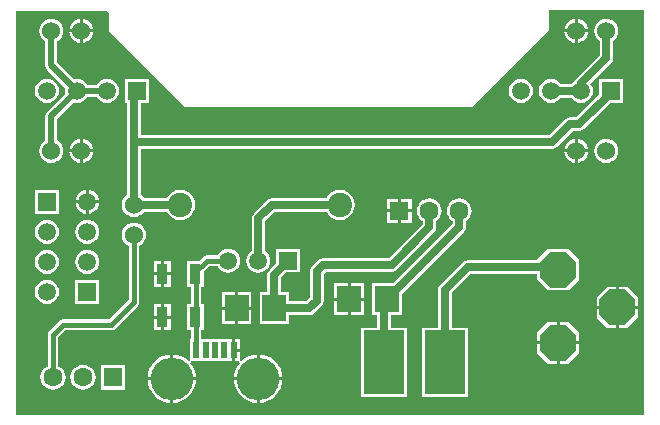
<source format=gtl>
%FSLAX23Y23*%
%MOIN*%
G70*
G01*
G75*
G04 Layer_Physical_Order=1*
G04 Layer_Color=255*
%ADD10R,0.020X0.055*%
%ADD11R,0.132X0.213*%
%ADD12R,0.037X0.067*%
%ADD13R,0.079X0.087*%
%ADD14C,0.025*%
%ADD15C,0.020*%
%ADD16C,0.015*%
%ADD17O,0.142X0.142*%
%ADD18R,0.063X0.063*%
%ADD19C,0.063*%
%ADD20P,0.128X8X202.5*%
%ADD21P,0.128X8X112.5*%
%ADD22C,0.081*%
%ADD23C,0.060*%
%ADD24R,0.059X0.059*%
%ADD25C,0.059*%
%ADD26R,0.059X0.059*%
G36*
X4356Y1315D02*
X2263D01*
X2261Y1320D01*
X2261Y1320D01*
Y2660D01*
X2566D01*
X2571Y2655D01*
Y2600D01*
Y2595D01*
X2825Y2340D01*
X3783D01*
X4037Y2595D01*
Y2665D01*
X4356D01*
Y1315D01*
D02*
G37*
%LPC*%
G36*
X2992Y1723D02*
X2948D01*
Y1675D01*
X2992D01*
Y1723D01*
D02*
G37*
G36*
X3421Y1695D02*
X3377D01*
Y1647D01*
X3421D01*
Y1695D01*
D02*
G37*
G36*
X3046Y1723D02*
X3002D01*
Y1675D01*
X3046D01*
Y1723D01*
D02*
G37*
G36*
X4261Y1742D02*
X4231D01*
X4197Y1708D01*
Y1678D01*
X4261D01*
Y1742D01*
D02*
G37*
G36*
X2655Y1955D02*
X2645Y1954D01*
X2635Y1950D01*
X2626Y1944D01*
X2620Y1935D01*
X2616Y1925D01*
X2615Y1915D01*
X2616Y1905D01*
X2620Y1895D01*
X2626Y1886D01*
X2635Y1880D01*
X2637Y1879D01*
Y1697D01*
X2573Y1633D01*
X2420D01*
X2420Y1633D01*
X2413Y1631D01*
X2410Y1630D01*
X2407Y1628D01*
X2407Y1628D01*
X2372Y1593D01*
X2369Y1587D01*
X2367Y1580D01*
Y1478D01*
X2364Y1476D01*
X2355Y1470D01*
X2349Y1461D01*
X2345Y1451D01*
X2343Y1440D01*
X2345Y1429D01*
X2349Y1419D01*
X2355Y1410D01*
X2364Y1404D01*
X2374Y1400D01*
X2385Y1398D01*
X2396Y1400D01*
X2406Y1404D01*
X2415Y1410D01*
X2421Y1419D01*
X2425Y1429D01*
X2427Y1440D01*
X2425Y1451D01*
X2421Y1461D01*
X2415Y1470D01*
X2406Y1476D01*
X2403Y1478D01*
Y1573D01*
X2427Y1597D01*
X2580D01*
X2587Y1599D01*
X2593Y1602D01*
X2668Y1677D01*
X2671Y1683D01*
X2673Y1690D01*
X2673Y1690D01*
X2673Y1690D01*
Y1690D01*
Y1879D01*
X2675Y1880D01*
X2684Y1886D01*
X2690Y1895D01*
X2694Y1905D01*
X2695Y1915D01*
X2694Y1925D01*
X2690Y1935D01*
X2684Y1944D01*
X2675Y1950D01*
X2665Y1954D01*
X2655Y1955D01*
D02*
G37*
G36*
X3046Y1665D02*
X3002D01*
Y1617D01*
X3046D01*
Y1665D01*
D02*
G37*
G36*
X2745Y1683D02*
X2721D01*
Y1645D01*
X2745D01*
Y1683D01*
D02*
G37*
G36*
X3367Y1695D02*
X3323D01*
Y1647D01*
X3367D01*
Y1695D01*
D02*
G37*
G36*
X2779Y1683D02*
X2755D01*
Y1645D01*
X2779D01*
Y1683D01*
D02*
G37*
G36*
X2745Y1780D02*
X2721D01*
Y1742D01*
X2745D01*
Y1780D01*
D02*
G37*
G36*
X4104Y1868D02*
X4034D01*
X4000Y1834D01*
Y1830D01*
X3767D01*
X3758Y1828D01*
X3751Y1823D01*
X3675Y1748D01*
X3670Y1740D01*
X3668Y1731D01*
Y1606D01*
X3615D01*
Y1374D01*
X3767D01*
Y1606D01*
X3714D01*
Y1722D01*
X3776Y1784D01*
X4000D01*
Y1765D01*
X4034Y1730D01*
X4104D01*
X4138Y1765D01*
Y1834D01*
X4104Y1868D01*
D02*
G37*
G36*
X2779Y1780D02*
X2755D01*
Y1742D01*
X2779D01*
Y1780D01*
D02*
G37*
G36*
X2500Y1865D02*
X2490Y1864D01*
X2480Y1860D01*
X2472Y1853D01*
X2465Y1845D01*
X2461Y1835D01*
X2460Y1825D01*
X2461Y1815D01*
X2465Y1805D01*
X2472Y1797D01*
X2480Y1790D01*
X2490Y1786D01*
X2500Y1785D01*
X2510Y1786D01*
X2520Y1790D01*
X2528Y1797D01*
X2535Y1805D01*
X2539Y1815D01*
X2540Y1825D01*
X2539Y1835D01*
X2535Y1845D01*
X2528Y1853D01*
X2520Y1860D01*
X2510Y1864D01*
X2500Y1865D01*
D02*
G37*
G36*
X2365D02*
X2355Y1864D01*
X2345Y1860D01*
X2337Y1853D01*
X2330Y1845D01*
X2326Y1835D01*
X2325Y1825D01*
X2326Y1815D01*
X2330Y1805D01*
X2337Y1797D01*
X2345Y1790D01*
X2355Y1786D01*
X2365Y1785D01*
X2375Y1786D01*
X2385Y1790D01*
X2393Y1797D01*
X2400Y1805D01*
X2404Y1815D01*
X2405Y1825D01*
X2404Y1835D01*
X2400Y1845D01*
X2393Y1853D01*
X2385Y1860D01*
X2375Y1864D01*
X2365Y1865D01*
D02*
G37*
G36*
Y1765D02*
X2355Y1764D01*
X2345Y1760D01*
X2337Y1753D01*
X2330Y1745D01*
X2326Y1735D01*
X2325Y1725D01*
X2326Y1715D01*
X2330Y1705D01*
X2337Y1697D01*
X2345Y1690D01*
X2355Y1686D01*
X2365Y1685D01*
X2375Y1686D01*
X2385Y1690D01*
X2393Y1697D01*
X2400Y1705D01*
X2404Y1715D01*
X2405Y1725D01*
X2404Y1735D01*
X2400Y1745D01*
X2393Y1753D01*
X2385Y1760D01*
X2375Y1764D01*
X2365Y1765D01*
D02*
G37*
G36*
X4300Y1742D02*
X4271D01*
Y1678D01*
X4335D01*
Y1708D01*
X4300Y1742D01*
D02*
G37*
G36*
X2540Y1765D02*
X2460D01*
Y1685D01*
X2540D01*
Y1765D01*
D02*
G37*
G36*
X3421Y1753D02*
X3377D01*
Y1705D01*
X3421D01*
Y1753D01*
D02*
G37*
G36*
X3367D02*
X3323D01*
Y1705D01*
X3367D01*
Y1753D01*
D02*
G37*
G36*
X2776Y1516D02*
X2765Y1515D01*
X2750Y1511D01*
X2736Y1503D01*
X2724Y1493D01*
X2714Y1481D01*
X2706Y1467D01*
X2702Y1452D01*
X2701Y1441D01*
X2776D01*
Y1516D01*
D02*
G37*
G36*
X2626Y1481D02*
X2544D01*
Y1399D01*
X2626D01*
Y1481D01*
D02*
G37*
G36*
X3074Y1516D02*
Y1441D01*
X3149D01*
X3148Y1452D01*
X3144Y1467D01*
X3136Y1481D01*
X3126Y1493D01*
X3114Y1503D01*
X3100Y1511D01*
X3085Y1515D01*
X3074Y1516D01*
D02*
G37*
G36*
X3008Y1525D02*
X2993D01*
Y1493D01*
X3005D01*
X3005Y1492D01*
D01*
X3007Y1488D01*
X3001Y1481D01*
X2994Y1467D01*
X2989Y1452D01*
X2988Y1441D01*
X3064D01*
Y1516D01*
X3053Y1515D01*
X3038Y1511D01*
X3024Y1503D01*
X3012Y1494D01*
X3009Y1496D01*
X3009Y1496D01*
X3008Y1496D01*
Y1525D01*
D02*
G37*
G36*
X2485Y1482D02*
X2474Y1480D01*
X2464Y1476D01*
X2455Y1470D01*
X2449Y1461D01*
X2445Y1451D01*
X2443Y1440D01*
X2445Y1429D01*
X2449Y1419D01*
X2455Y1410D01*
X2464Y1404D01*
X2474Y1400D01*
X2485Y1398D01*
X2496Y1400D01*
X2506Y1404D01*
X2515Y1410D01*
X2521Y1419D01*
X2525Y1429D01*
X2527Y1440D01*
X2525Y1451D01*
X2521Y1461D01*
X2515Y1470D01*
X2506Y1476D01*
X2496Y1480D01*
X2485Y1482D01*
D02*
G37*
G36*
X2862Y1431D02*
X2786D01*
Y1355D01*
X2797Y1356D01*
X2812Y1361D01*
X2826Y1368D01*
X2839Y1378D01*
X2849Y1391D01*
X2856Y1405D01*
X2861Y1420D01*
X2862Y1431D01*
D02*
G37*
G36*
X2776D02*
X2701D01*
X2702Y1420D01*
X2706Y1405D01*
X2714Y1391D01*
X2724Y1378D01*
X2736Y1368D01*
X2750Y1361D01*
X2765Y1356D01*
X2776Y1355D01*
Y1431D01*
D02*
G37*
G36*
X3149D02*
X3074D01*
Y1355D01*
X3085Y1356D01*
X3100Y1361D01*
X3114Y1368D01*
X3126Y1378D01*
X3136Y1391D01*
X3144Y1405D01*
X3148Y1420D01*
X3149Y1431D01*
D02*
G37*
G36*
X3064D02*
X2988D01*
X2989Y1420D01*
X2994Y1405D01*
X3001Y1391D01*
X3011Y1378D01*
X3024Y1368D01*
X3038Y1361D01*
X3053Y1356D01*
X3064Y1355D01*
Y1431D01*
D02*
G37*
G36*
X4064Y1550D02*
X4000D01*
Y1520D01*
X4034Y1486D01*
X4064D01*
Y1550D01*
D02*
G37*
G36*
X4261Y1668D02*
X4197D01*
Y1639D01*
X4231Y1604D01*
X4261D01*
Y1668D01*
D02*
G37*
G36*
X2779Y1635D02*
X2755D01*
Y1597D01*
X2779D01*
Y1635D01*
D02*
G37*
G36*
X2992Y1665D02*
X2948D01*
Y1617D01*
X2992D01*
Y1665D01*
D02*
G37*
G36*
X4335Y1668D02*
X4271D01*
Y1604D01*
X4300D01*
X4335Y1639D01*
Y1668D01*
D02*
G37*
G36*
X2745Y1635D02*
X2721D01*
Y1597D01*
X2745D01*
Y1635D01*
D02*
G37*
G36*
X3008Y1568D02*
X2993D01*
Y1535D01*
X3008D01*
Y1568D01*
D02*
G37*
G36*
X4138Y1550D02*
X4074D01*
Y1486D01*
X4104D01*
X4138Y1520D01*
Y1550D01*
D02*
G37*
G36*
X4104Y1624D02*
X4074D01*
Y1560D01*
X4138D01*
Y1590D01*
X4104Y1624D01*
D02*
G37*
G36*
X4064D02*
X4034D01*
X4000Y1590D01*
Y1560D01*
X4064D01*
Y1624D01*
D02*
G37*
G36*
X2970Y1869D02*
X2960Y1868D01*
X2950Y1864D01*
X2942Y1857D01*
X2935Y1849D01*
X2935Y1847D01*
X2899D01*
X2892Y1846D01*
X2886Y1842D01*
X2873Y1828D01*
X2831D01*
Y1742D01*
X2844D01*
Y1683D01*
X2831D01*
Y1597D01*
X2844D01*
Y1568D01*
X2842D01*
Y1496D01*
X2841Y1496D01*
X2841Y1496D01*
X2838Y1494D01*
X2826Y1503D01*
X2812Y1511D01*
X2797Y1515D01*
X2786Y1516D01*
Y1441D01*
X2862D01*
X2861Y1452D01*
X2856Y1467D01*
X2849Y1481D01*
X2843Y1488D01*
X2845Y1492D01*
D01*
X2845Y1493D01*
X2983D01*
Y1530D01*
Y1568D01*
X2880D01*
Y1597D01*
X2889D01*
Y1683D01*
X2880D01*
Y1742D01*
X2889D01*
Y1794D01*
X2906Y1811D01*
X2935D01*
X2935Y1809D01*
X2942Y1801D01*
X2950Y1795D01*
X2960Y1791D01*
X2970Y1789D01*
X2980Y1791D01*
X2990Y1795D01*
X2998Y1801D01*
X3005Y1809D01*
X3009Y1819D01*
X3010Y1829D01*
X3009Y1839D01*
X3005Y1849D01*
X2998Y1857D01*
X2990Y1864D01*
X2980Y1868D01*
X2970Y1869D01*
D02*
G37*
G36*
X4285Y2435D02*
X4205D01*
Y2383D01*
X4130Y2308D01*
X4110D01*
X4101Y2306D01*
X4094Y2301D01*
X4040Y2248D01*
X2678D01*
Y2355D01*
X2705D01*
Y2435D01*
X2625D01*
Y2355D01*
X2632D01*
Y2225D01*
Y2048D01*
X2626Y2044D01*
X2620Y2035D01*
X2616Y2025D01*
X2615Y2015D01*
X2616Y2005D01*
X2620Y1995D01*
X2626Y1986D01*
X2635Y1980D01*
X2645Y1976D01*
X2655Y1975D01*
X2665Y1976D01*
X2675Y1980D01*
X2684Y1986D01*
X2688Y1992D01*
X2764D01*
X2765Y1990D01*
X2774Y1979D01*
X2784Y1971D01*
X2796Y1966D01*
X2809Y1964D01*
X2823Y1966D01*
X2835Y1971D01*
X2845Y1979D01*
X2853Y1990D01*
X2859Y2002D01*
X2860Y2015D01*
X2859Y2028D01*
X2853Y2040D01*
X2845Y2051D01*
X2835Y2059D01*
X2823Y2064D01*
X2809Y2066D01*
X2796Y2064D01*
X2784Y2059D01*
X2774Y2051D01*
X2765Y2040D01*
X2764Y2038D01*
X2688D01*
X2684Y2044D01*
X2678Y2048D01*
Y2202D01*
X4050D01*
X4059Y2204D01*
X4066Y2209D01*
X4066Y2209D01*
X4066Y2209D01*
X4120Y2262D01*
X4140D01*
X4149Y2264D01*
X4156Y2269D01*
X4156Y2269D01*
X4156Y2269D01*
X4243Y2355D01*
X4285D01*
Y2435D01*
D02*
G37*
G36*
X4135Y2235D02*
Y2200D01*
X4170D01*
X4169Y2205D01*
X4165Y2215D01*
X4159Y2224D01*
X4150Y2230D01*
X4140Y2234D01*
X4135Y2235D01*
D02*
G37*
G36*
X2380Y2635D02*
X2370Y2634D01*
X2360Y2630D01*
X2351Y2624D01*
X2345Y2615D01*
X2341Y2605D01*
X2340Y2595D01*
X2341Y2585D01*
X2345Y2575D01*
X2351Y2566D01*
X2360Y2560D01*
Y2480D01*
X2361Y2472D01*
X2366Y2466D01*
X2426Y2405D01*
X2425Y2395D01*
X2426Y2385D01*
X2366Y2324D01*
X2361Y2318D01*
X2360Y2310D01*
Y2230D01*
X2351Y2224D01*
X2345Y2215D01*
X2341Y2205D01*
X2340Y2195D01*
X2341Y2185D01*
X2345Y2175D01*
X2351Y2166D01*
X2360Y2160D01*
X2370Y2156D01*
X2380Y2155D01*
X2390Y2156D01*
X2400Y2160D01*
X2409Y2166D01*
X2415Y2175D01*
X2419Y2185D01*
X2420Y2195D01*
X2419Y2205D01*
X2415Y2215D01*
X2409Y2224D01*
X2400Y2230D01*
Y2302D01*
X2455Y2356D01*
X2465Y2355D01*
X2475Y2356D01*
X2485Y2360D01*
X2493Y2367D01*
X2499Y2375D01*
X2531D01*
X2537Y2367D01*
X2545Y2360D01*
X2555Y2356D01*
X2565Y2355D01*
X2575Y2356D01*
X2585Y2360D01*
X2593Y2367D01*
X2600Y2375D01*
X2604Y2385D01*
X2605Y2395D01*
X2604Y2405D01*
X2600Y2415D01*
X2593Y2423D01*
X2585Y2430D01*
X2575Y2434D01*
X2565Y2435D01*
X2555Y2434D01*
X2545Y2430D01*
X2537Y2423D01*
X2531Y2415D01*
X2499D01*
X2493Y2423D01*
X2485Y2430D01*
X2475Y2434D01*
X2465Y2435D01*
X2455Y2434D01*
X2400Y2488D01*
Y2560D01*
X2409Y2566D01*
X2415Y2575D01*
X2419Y2585D01*
X2420Y2595D01*
X2419Y2605D01*
X2415Y2615D01*
X2409Y2624D01*
X2400Y2630D01*
X2390Y2634D01*
X2380Y2635D01*
D02*
G37*
G36*
X2365Y2435D02*
X2355Y2434D01*
X2345Y2430D01*
X2337Y2423D01*
X2330Y2415D01*
X2326Y2405D01*
X2325Y2395D01*
X2326Y2385D01*
X2330Y2375D01*
X2337Y2367D01*
X2345Y2360D01*
X2355Y2356D01*
X2365Y2355D01*
X2375Y2356D01*
X2385Y2360D01*
X2393Y2367D01*
X2400Y2375D01*
X2404Y2385D01*
X2405Y2395D01*
X2404Y2405D01*
X2400Y2415D01*
X2393Y2423D01*
X2385Y2430D01*
X2375Y2434D01*
X2365Y2435D01*
D02*
G37*
G36*
X4125Y2235D02*
X4120Y2234D01*
X4110Y2230D01*
X4101Y2224D01*
X4095Y2215D01*
X4091Y2205D01*
X4090Y2200D01*
X4125D01*
Y2235D01*
D02*
G37*
G36*
X4170Y2190D02*
X4135D01*
Y2155D01*
X4140Y2156D01*
X4150Y2160D01*
X4159Y2166D01*
X4165Y2175D01*
X4169Y2185D01*
X4170Y2190D01*
D02*
G37*
G36*
X4125D02*
X4090D01*
X4091Y2185D01*
X4095Y2175D01*
X4101Y2166D01*
X4110Y2160D01*
X4120Y2156D01*
X4125Y2155D01*
Y2190D01*
D02*
G37*
G36*
X2485Y2235D02*
Y2200D01*
X2520D01*
X2519Y2205D01*
X2515Y2215D01*
X2509Y2224D01*
X2500Y2230D01*
X2490Y2234D01*
X2485Y2235D01*
D02*
G37*
G36*
X2475D02*
X2470Y2234D01*
X2460Y2230D01*
X2451Y2224D01*
X2445Y2215D01*
X2441Y2205D01*
X2440Y2200D01*
X2475D01*
Y2235D01*
D02*
G37*
G36*
X3945Y2435D02*
X3935Y2434D01*
X3925Y2430D01*
X3917Y2423D01*
X3910Y2415D01*
X3906Y2405D01*
X3905Y2395D01*
X3906Y2385D01*
X3910Y2375D01*
X3917Y2367D01*
X3925Y2360D01*
X3935Y2356D01*
X3945Y2355D01*
X3955Y2356D01*
X3965Y2360D01*
X3973Y2367D01*
X3980Y2375D01*
X3984Y2385D01*
X3985Y2395D01*
X3984Y2405D01*
X3980Y2415D01*
X3973Y2423D01*
X3965Y2430D01*
X3955Y2434D01*
X3945Y2435D01*
D02*
G37*
G36*
X2485Y2635D02*
Y2600D01*
X2520D01*
X2519Y2605D01*
X2515Y2615D01*
X2509Y2624D01*
X2500Y2630D01*
X2490Y2634D01*
X2485Y2635D01*
D02*
G37*
G36*
X2475D02*
X2470Y2634D01*
X2460Y2630D01*
X2451Y2624D01*
X2445Y2615D01*
X2441Y2605D01*
X2440Y2600D01*
X2475D01*
Y2635D01*
D02*
G37*
G36*
X4135D02*
Y2600D01*
X4170D01*
X4169Y2605D01*
X4165Y2615D01*
X4159Y2624D01*
X4150Y2630D01*
X4140Y2634D01*
X4135Y2635D01*
D02*
G37*
G36*
X4125D02*
X4120Y2634D01*
X4110Y2630D01*
X4101Y2624D01*
X4095Y2615D01*
X4091Y2605D01*
X4090Y2600D01*
X4125D01*
Y2635D01*
D02*
G37*
G36*
X4170Y2590D02*
X4135D01*
Y2555D01*
X4140Y2556D01*
X4150Y2560D01*
X4159Y2566D01*
X4165Y2575D01*
X4169Y2585D01*
X4170Y2590D01*
D02*
G37*
G36*
X2475D02*
X2440D01*
X2441Y2585D01*
X2445Y2575D01*
X2451Y2566D01*
X2460Y2560D01*
X2470Y2556D01*
X2475Y2555D01*
Y2590D01*
D02*
G37*
G36*
X4230Y2635D02*
X4220Y2634D01*
X4210Y2630D01*
X4201Y2624D01*
X4195Y2615D01*
X4191Y2605D01*
X4190Y2595D01*
X4191Y2585D01*
X4195Y2575D01*
X4201Y2566D01*
X4207Y2562D01*
Y2515D01*
X4129Y2436D01*
X4124Y2429D01*
X4124Y2429D01*
X4117Y2423D01*
X4113Y2418D01*
X4077D01*
X4073Y2423D01*
X4065Y2430D01*
X4055Y2434D01*
X4045Y2435D01*
X4035Y2434D01*
X4025Y2430D01*
X4017Y2423D01*
X4010Y2415D01*
X4006Y2405D01*
X4005Y2395D01*
X4006Y2385D01*
X4010Y2375D01*
X4017Y2367D01*
X4025Y2360D01*
X4035Y2356D01*
X4045Y2355D01*
X4055Y2356D01*
X4065Y2360D01*
X4073Y2367D01*
X4077Y2372D01*
X4113D01*
X4117Y2367D01*
X4125Y2360D01*
X4135Y2356D01*
X4145Y2355D01*
X4155Y2356D01*
X4165Y2360D01*
X4173Y2367D01*
X4180Y2375D01*
X4184Y2385D01*
X4185Y2395D01*
X4184Y2405D01*
X4180Y2415D01*
X4176Y2419D01*
X4246Y2489D01*
X4251Y2496D01*
X4253Y2505D01*
X4253Y2505D01*
X4253Y2505D01*
Y2505D01*
Y2562D01*
X4259Y2566D01*
X4265Y2575D01*
X4269Y2585D01*
X4270Y2595D01*
X4269Y2605D01*
X4265Y2615D01*
X4259Y2624D01*
X4250Y2630D01*
X4240Y2634D01*
X4230Y2635D01*
D02*
G37*
G36*
X4125Y2590D02*
X4090D01*
X4091Y2585D01*
X4095Y2575D01*
X4101Y2566D01*
X4110Y2560D01*
X4120Y2556D01*
X4125Y2555D01*
Y2590D01*
D02*
G37*
G36*
X2520D02*
X2485D01*
Y2555D01*
X2490Y2556D01*
X2500Y2560D01*
X2509Y2566D01*
X2515Y2575D01*
X2519Y2585D01*
X2520Y2590D01*
D02*
G37*
G36*
X3535Y1990D02*
X3499D01*
Y1954D01*
X3535D01*
Y1990D01*
D02*
G37*
G36*
X3740Y2037D02*
X3729Y2035D01*
X3719Y2031D01*
X3710Y2025D01*
X3704Y2016D01*
X3700Y2006D01*
X3698Y1995D01*
X3700Y1984D01*
X3704Y1974D01*
X3710Y1965D01*
X3717Y1960D01*
Y1952D01*
X3519Y1753D01*
X3449D01*
Y1647D01*
X3466D01*
Y1606D01*
X3413D01*
Y1374D01*
X3565D01*
Y1606D01*
X3512D01*
Y1647D01*
X3547D01*
Y1717D01*
X3756Y1926D01*
X3756Y1926D01*
X3756Y1926D01*
X3761Y1933D01*
X3763Y1942D01*
Y1960D01*
X3770Y1965D01*
X3776Y1974D01*
X3780Y1984D01*
X3782Y1995D01*
X3780Y2006D01*
X3776Y2016D01*
X3770Y2025D01*
X3761Y2031D01*
X3751Y2035D01*
X3740Y2037D01*
D02*
G37*
G36*
X3341Y2066D02*
X3327Y2064D01*
X3315Y2059D01*
X3305Y2051D01*
X3297Y2040D01*
X3296Y2038D01*
X3115D01*
X3106Y2036D01*
X3099Y2031D01*
X3054Y1986D01*
X3049Y1979D01*
X3047Y1970D01*
Y1861D01*
X3042Y1857D01*
X3035Y1849D01*
X3032Y1839D01*
X3030Y1829D01*
X3032Y1819D01*
X3035Y1809D01*
X3042Y1801D01*
X3050Y1795D01*
X3060Y1791D01*
X3070Y1789D01*
X3080Y1791D01*
X3090Y1795D01*
X3098Y1801D01*
X3105Y1809D01*
X3109Y1819D01*
X3110Y1829D01*
X3109Y1839D01*
X3105Y1849D01*
X3098Y1857D01*
X3093Y1861D01*
Y1961D01*
X3125Y1992D01*
X3296D01*
X3297Y1990D01*
X3305Y1979D01*
X3315Y1971D01*
X3327Y1966D01*
X3341Y1964D01*
X3354Y1966D01*
X3366Y1971D01*
X3376Y1979D01*
X3385Y1990D01*
X3390Y2002D01*
X3391Y2015D01*
X3390Y2028D01*
X3385Y2040D01*
X3376Y2051D01*
X3366Y2059D01*
X3354Y2064D01*
X3341Y2066D01*
D02*
G37*
G36*
X3581Y1990D02*
X3545D01*
Y1954D01*
X3581D01*
Y1990D01*
D02*
G37*
G36*
X3640Y2037D02*
X3629Y2035D01*
X3619Y2031D01*
X3610Y2025D01*
X3604Y2016D01*
X3600Y2006D01*
X3598Y1995D01*
X3600Y1984D01*
X3604Y1974D01*
X3610Y1965D01*
X3617Y1960D01*
Y1950D01*
X3505Y1838D01*
X3285D01*
X3276Y1836D01*
X3269Y1831D01*
X3249Y1811D01*
X3244Y1804D01*
X3242Y1795D01*
Y1705D01*
X3230Y1693D01*
X3172D01*
Y1723D01*
X3146D01*
Y1773D01*
X3163Y1790D01*
X3210D01*
Y1869D01*
X3130D01*
Y1822D01*
X3107Y1798D01*
X3102Y1791D01*
X3100Y1782D01*
Y1723D01*
X3074D01*
Y1617D01*
X3172D01*
Y1647D01*
X3240D01*
X3249Y1649D01*
X3256Y1654D01*
X3256Y1654D01*
X3256Y1654D01*
X3281Y1679D01*
X3281Y1679D01*
X3281Y1679D01*
X3286Y1686D01*
X3288Y1695D01*
Y1785D01*
X3295Y1792D01*
X3515D01*
X3524Y1794D01*
X3531Y1799D01*
X3531Y1799D01*
X3531Y1799D01*
X3656Y1924D01*
X3656Y1924D01*
X3656Y1924D01*
X3661Y1931D01*
X3663Y1940D01*
Y1960D01*
X3670Y1965D01*
X3676Y1974D01*
X3680Y1984D01*
X3682Y1995D01*
X3680Y2006D01*
X3676Y2016D01*
X3670Y2025D01*
X3661Y2031D01*
X3651Y2035D01*
X3640Y2037D01*
D02*
G37*
G36*
X2779Y1828D02*
X2755D01*
Y1790D01*
X2779D01*
Y1828D01*
D02*
G37*
G36*
X2745D02*
X2721D01*
Y1790D01*
X2745D01*
Y1828D01*
D02*
G37*
G36*
X2500Y1965D02*
X2490Y1964D01*
X2480Y1960D01*
X2472Y1953D01*
X2465Y1945D01*
X2461Y1935D01*
X2460Y1925D01*
X2461Y1915D01*
X2465Y1905D01*
X2472Y1897D01*
X2480Y1890D01*
X2490Y1886D01*
X2500Y1885D01*
X2510Y1886D01*
X2520Y1890D01*
X2528Y1897D01*
X2535Y1905D01*
X2539Y1915D01*
X2540Y1925D01*
X2539Y1935D01*
X2535Y1945D01*
X2528Y1953D01*
X2520Y1960D01*
X2510Y1964D01*
X2500Y1965D01*
D02*
G37*
G36*
X2365D02*
X2355Y1964D01*
X2345Y1960D01*
X2337Y1953D01*
X2330Y1945D01*
X2326Y1935D01*
X2325Y1925D01*
X2326Y1915D01*
X2330Y1905D01*
X2337Y1897D01*
X2345Y1890D01*
X2355Y1886D01*
X2365Y1885D01*
X2375Y1886D01*
X2385Y1890D01*
X2393Y1897D01*
X2400Y1905D01*
X2404Y1915D01*
X2405Y1925D01*
X2404Y1935D01*
X2400Y1945D01*
X2393Y1953D01*
X2385Y1960D01*
X2375Y1964D01*
X2365Y1965D01*
D02*
G37*
G36*
X2405Y2065D02*
X2325D01*
Y1985D01*
X2405D01*
Y2065D01*
D02*
G37*
G36*
X4230Y2235D02*
X4220Y2234D01*
X4210Y2230D01*
X4201Y2224D01*
X4195Y2215D01*
X4191Y2205D01*
X4190Y2195D01*
X4191Y2185D01*
X4195Y2175D01*
X4201Y2166D01*
X4210Y2160D01*
X4220Y2156D01*
X4230Y2155D01*
X4240Y2156D01*
X4250Y2160D01*
X4259Y2166D01*
X4265Y2175D01*
X4269Y2185D01*
X4270Y2195D01*
X4269Y2205D01*
X4265Y2215D01*
X4259Y2224D01*
X4250Y2230D01*
X4240Y2234D01*
X4230Y2235D01*
D02*
G37*
G36*
X2505Y2064D02*
Y2030D01*
X2539D01*
X2539Y2035D01*
X2535Y2045D01*
X2528Y2053D01*
X2520Y2060D01*
X2510Y2064D01*
X2505Y2064D01*
D02*
G37*
G36*
X2520Y2190D02*
X2485D01*
Y2155D01*
X2490Y2156D01*
X2500Y2160D01*
X2509Y2166D01*
X2515Y2175D01*
X2519Y2185D01*
X2520Y2190D01*
D02*
G37*
G36*
X2475D02*
X2440D01*
X2441Y2185D01*
X2445Y2175D01*
X2451Y2166D01*
X2460Y2160D01*
X2470Y2156D01*
X2475Y2155D01*
Y2190D01*
D02*
G37*
G36*
X2495Y2064D02*
X2490Y2064D01*
X2480Y2060D01*
X2472Y2053D01*
X2465Y2045D01*
X2461Y2035D01*
X2461Y2030D01*
X2495D01*
Y2064D01*
D02*
G37*
G36*
X2539Y2020D02*
X2505D01*
Y1986D01*
X2510Y1986D01*
X2520Y1990D01*
X2528Y1997D01*
X2535Y2005D01*
X2539Y2015D01*
X2539Y2020D01*
D02*
G37*
G36*
X2495D02*
X2461D01*
X2461Y2015D01*
X2465Y2005D01*
X2472Y1997D01*
X2480Y1990D01*
X2490Y1986D01*
X2495Y1986D01*
Y2020D01*
D02*
G37*
G36*
X3581Y2036D02*
X3545D01*
Y2000D01*
X3581D01*
Y2036D01*
D02*
G37*
G36*
X3535D02*
X3499D01*
Y2000D01*
X3535D01*
Y2036D01*
D02*
G37*
%LPD*%
D10*
X2925Y1530D02*
D03*
X2956D02*
D03*
X2988D02*
D03*
X2894D02*
D03*
X2862D02*
D03*
D11*
X3691Y1490D02*
D03*
X3489D02*
D03*
D12*
X2860Y1785D02*
D03*
X2750D02*
D03*
X2860Y1640D02*
D03*
X2750D02*
D03*
D13*
X2997Y1670D02*
D03*
X3123D02*
D03*
X3498Y1700D02*
D03*
X3372D02*
D03*
D14*
X4140Y2285D02*
X4247Y2392D01*
X4145Y2395D02*
Y2420D01*
X4045Y2395D02*
X4145D01*
Y2420D02*
X4230Y2505D01*
Y2595D01*
X2655Y2225D02*
Y2385D01*
Y2015D02*
Y2225D01*
Y2385D02*
X2665Y2395D01*
X2655Y2015D02*
X2809D01*
X4267Y1627D02*
Y1681D01*
X3767Y1807D02*
X4070D01*
X3691Y1731D02*
X3767Y1807D01*
X3691Y1490D02*
Y1731D01*
X3070Y1829D02*
Y1970D01*
X3115Y2015D01*
X3341D01*
X3123Y1670D02*
Y1782D01*
X3170Y1829D01*
X3640Y1940D02*
Y1995D01*
X3489Y1490D02*
Y1691D01*
X3498Y1700D01*
X3740Y1942D01*
Y1995D01*
X3515Y1815D02*
X3640Y1940D01*
X3285Y1815D02*
X3515D01*
X3123Y1670D02*
X3240D01*
X3265Y1695D01*
Y1795D01*
X3285Y1815D01*
X2655Y2225D02*
X4050D01*
X4110Y2285D01*
X4140D01*
D15*
X2465Y2395D02*
X2565D01*
X2380Y2480D02*
X2465Y2395D01*
X2380Y2480D02*
Y2595D01*
Y2310D02*
X2465Y2395D01*
X2380Y2195D02*
Y2310D01*
D16*
X2385Y1440D02*
Y1580D01*
X2420Y1615D01*
X2580D01*
X2655Y1690D01*
Y1915D01*
X2860Y1670D02*
X2860Y1670D01*
X2860Y1775D02*
Y1790D01*
X2899Y1829D01*
X2970D01*
X2862Y1530D02*
Y1773D01*
X2860Y1775D02*
X2860Y1775D01*
X2862Y1773D01*
D17*
X3069Y1436D02*
D03*
X2781D02*
D03*
D18*
X2585Y1440D02*
D03*
X3540Y1995D02*
D03*
D19*
X2485Y1440D02*
D03*
X2385D02*
D03*
X3740Y1995D02*
D03*
X3640D02*
D03*
D20*
X4266Y1673D02*
D03*
D21*
X4069Y1799D02*
D03*
Y1555D02*
D03*
D22*
X3341Y2015D02*
D03*
X2809D02*
D03*
D23*
X2655D02*
D03*
Y1915D02*
D03*
X4230Y2595D02*
D03*
X4130D02*
D03*
X4230Y2195D02*
D03*
X4130D02*
D03*
X2380Y2595D02*
D03*
X2480D02*
D03*
X2380Y2195D02*
D03*
X2480D02*
D03*
D24*
X4245Y2395D02*
D03*
X3170Y1829D02*
D03*
X2665Y2395D02*
D03*
D25*
X4145D02*
D03*
X4045D02*
D03*
X3945D02*
D03*
X3070Y1829D02*
D03*
X2970D02*
D03*
X2565Y2395D02*
D03*
X2465D02*
D03*
X2365D02*
D03*
Y1725D02*
D03*
Y1825D02*
D03*
Y1925D02*
D03*
X2500Y2025D02*
D03*
Y1925D02*
D03*
Y1825D02*
D03*
D26*
X2365Y2025D02*
D03*
X2500Y1725D02*
D03*
M02*

</source>
